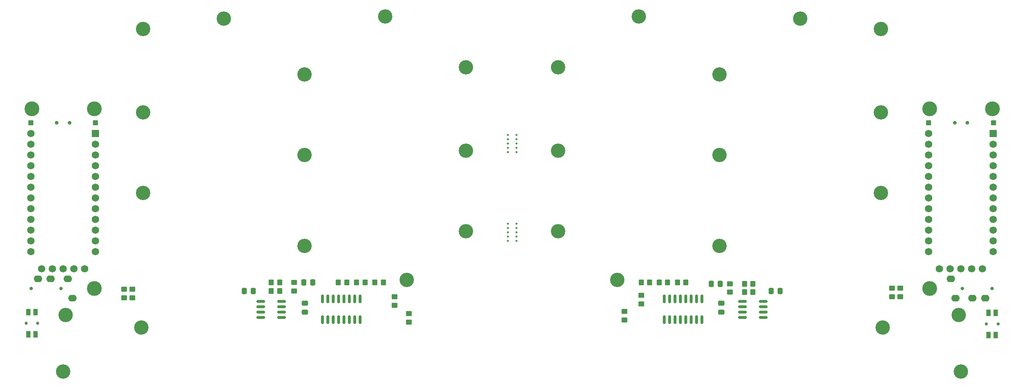
<source format=gts>
%TF.GenerationSoftware,KiCad,Pcbnew,7.0.7-2.fc38*%
%TF.CreationDate,2023-10-04T20:00:28+05:30*%
%TF.ProjectId,tako,74616b6f-2e6b-4696-9361-645f70636258,rev?*%
%TF.SameCoordinates,Original*%
%TF.FileFunction,Soldermask,Top*%
%TF.FilePolarity,Negative*%
%FSLAX46Y46*%
G04 Gerber Fmt 4.6, Leading zero omitted, Abs format (unit mm)*
G04 Created by KiCad (PCBNEW 7.0.7-2.fc38) date 2023-10-04 20:00:28*
%MOMM*%
%LPD*%
G01*
G04 APERTURE LIST*
G04 Aperture macros list*
%AMRoundRect*
0 Rectangle with rounded corners*
0 $1 Rounding radius*
0 $2 $3 $4 $5 $6 $7 $8 $9 X,Y pos of 4 corners*
0 Add a 4 corners polygon primitive as box body*
4,1,4,$2,$3,$4,$5,$6,$7,$8,$9,$2,$3,0*
0 Add four circle primitives for the rounded corners*
1,1,$1+$1,$2,$3*
1,1,$1+$1,$4,$5*
1,1,$1+$1,$6,$7*
1,1,$1+$1,$8,$9*
0 Add four rect primitives between the rounded corners*
20,1,$1+$1,$2,$3,$4,$5,0*
20,1,$1+$1,$4,$5,$6,$7,0*
20,1,$1+$1,$6,$7,$8,$9,0*
20,1,$1+$1,$8,$9,$2,$3,0*%
G04 Aperture macros list end*
%ADD10RoundRect,0.312500X-0.312500X-0.312500X0.312500X-0.312500X0.312500X0.312500X-0.312500X0.312500X0*%
%ADD11C,3.400000*%
%ADD12RoundRect,0.250000X0.350000X0.450000X-0.350000X0.450000X-0.350000X-0.450000X0.350000X-0.450000X0*%
%ADD13RoundRect,0.250000X0.337500X0.475000X-0.337500X0.475000X-0.337500X-0.475000X0.337500X-0.475000X0*%
%ADD14RoundRect,0.250000X-0.450000X0.350000X-0.450000X-0.350000X0.450000X-0.350000X0.450000X0.350000X0*%
%ADD15RoundRect,0.250000X-0.350000X-0.450000X0.350000X-0.450000X0.350000X0.450000X-0.350000X0.450000X0*%
%ADD16C,0.750000*%
%ADD17R,1.000000X1.550000*%
%ADD18RoundRect,0.150000X0.825000X0.150000X-0.825000X0.150000X-0.825000X-0.150000X0.825000X-0.150000X0*%
%ADD19C,0.500000*%
%ADD20RoundRect,0.150000X-0.825000X-0.150000X0.825000X-0.150000X0.825000X0.150000X-0.825000X0.150000X0*%
%ADD21C,3.500000*%
%ADD22RoundRect,0.250000X0.450000X-0.350000X0.450000X0.350000X-0.450000X0.350000X-0.450000X-0.350000X0*%
%ADD23RoundRect,0.250000X0.475000X-0.337500X0.475000X0.337500X-0.475000X0.337500X-0.475000X-0.337500X0*%
%ADD24RoundRect,0.250000X-0.337500X-0.475000X0.337500X-0.475000X0.337500X0.475000X-0.337500X0.475000X0*%
%ADD25C,0.800000*%
%ADD26O,2.000000X1.600000*%
%ADD27RoundRect,0.150000X0.150000X-0.825000X0.150000X0.825000X-0.150000X0.825000X-0.150000X-0.825000X0*%
%ADD28RoundRect,0.312500X0.312500X0.312500X-0.312500X0.312500X-0.312500X-0.312500X0.312500X-0.312500X0*%
%ADD29C,1.752600*%
%ADD30RoundRect,0.150000X-0.150000X0.825000X-0.150000X-0.825000X0.150000X-0.825000X0.150000X0.825000X0*%
%ADD31C,0.900000*%
%ADD32R,1.752600X1.752600*%
G04 APERTURE END LIST*
D10*
%TO.C,BAT_HOLE-101*%
X38155480Y-57819423D03*
%TD*%
D11*
%TO.C,H103*%
X140906339Y-83435489D03*
%TD*%
D12*
%TO.C,JP101*%
X96923373Y-95592136D03*
X94923373Y-95592136D03*
%TD*%
D13*
%TO.C,C3*%
X215026049Y-97598989D03*
X212951049Y-97598989D03*
%TD*%
D11*
%TO.C,H1*%
X162639543Y-44666058D03*
%TD*%
D14*
%TO.C,R12*%
X243439963Y-96966057D03*
X243439963Y-98966057D03*
%TD*%
D15*
%TO.C,R107*%
X110741405Y-95592136D03*
X112741405Y-95592136D03*
%TD*%
D11*
%TO.C,H102*%
X140906350Y-64385490D03*
%TD*%
D16*
%TO.C,RSW1*%
X266490971Y-105420627D03*
X263740971Y-105420627D03*
D17*
X265965971Y-102795627D03*
X265965971Y-108045627D03*
X264265971Y-102795627D03*
X264265971Y-108045627D03*
%TD*%
D18*
%TO.C,U103*%
X97398371Y-103842135D03*
X97398371Y-102572135D03*
X97398371Y-101302135D03*
X97398371Y-100032135D03*
X92448371Y-100032135D03*
X92448371Y-101302135D03*
X92448371Y-102572135D03*
X92448371Y-103842135D03*
%TD*%
D11*
%TO.C,H18*%
X45829990Y-116671093D03*
%TD*%
D15*
%TO.C,R109*%
X115057340Y-95592136D03*
X117057340Y-95592136D03*
%TD*%
D19*
%TO.C,mouse-bite-2mm-slot*%
X150753549Y-60678491D03*
X150753549Y-61694491D03*
X150753549Y-62710491D03*
X150753549Y-63726491D03*
X150753549Y-64742491D03*
X152785549Y-60678491D03*
X152785549Y-61694491D03*
X152785549Y-62710491D03*
X152785549Y-63726491D03*
X152785549Y-64742491D03*
%TD*%
D12*
%TO.C,R7*%
X192804486Y-95592133D03*
X190804486Y-95592133D03*
%TD*%
D20*
%TO.C,U3*%
X206147514Y-100032135D03*
X206147514Y-101302135D03*
X206147514Y-102572135D03*
X206147514Y-103842135D03*
X211097514Y-103842135D03*
X211097514Y-102572135D03*
X211097514Y-101302135D03*
X211097514Y-100032135D03*
%TD*%
D10*
%TO.C,BAT_HOLE+1*%
X250116908Y-57819421D03*
%TD*%
D11*
%TO.C,H9*%
X219789549Y-33166058D03*
%TD*%
%TO.C,H110*%
X64706339Y-35666056D03*
%TD*%
D21*
%TO.C,H115*%
X53181889Y-54480531D03*
%TD*%
D11*
%TO.C,H108*%
X102806338Y-86959989D03*
%TD*%
%TO.C,H10*%
X238839551Y-35666058D03*
%TD*%
D21*
%TO.C,H17*%
X250364002Y-97039421D03*
%TD*%
D22*
%TO.C,R105*%
X127410896Y-104957579D03*
X127410896Y-102957579D03*
%TD*%
D12*
%TO.C,R110*%
X96923372Y-97592136D03*
X94923372Y-97592136D03*
%TD*%
D23*
%TO.C,C102*%
X102839547Y-102579634D03*
X102839547Y-100504634D03*
%TD*%
D11*
%TO.C,H105*%
X126906338Y-94960499D03*
%TD*%
%TO.C,H13*%
X239297894Y-106243092D03*
%TD*%
%TO.C,H2*%
X162639541Y-64385492D03*
%TD*%
%TO.C,H112*%
X64706342Y-74434994D03*
%TD*%
%TO.C,H5*%
X176639550Y-94960499D03*
%TD*%
D24*
%TO.C,C1*%
X198822514Y-95898991D03*
X200897514Y-95898991D03*
%TD*%
D15*
%TO.C,R108*%
X119373278Y-95592134D03*
X121373278Y-95592134D03*
%TD*%
D11*
%TO.C,H113*%
X64247990Y-106243093D03*
%TD*%
D21*
%TO.C,H116*%
X38400564Y-54480077D03*
%TD*%
D11*
%TO.C,H104*%
X121856340Y-32666056D03*
%TD*%
%TO.C,H107*%
X102806347Y-65434996D03*
%TD*%
D22*
%TO.C,R9*%
X182238550Y-100648990D03*
X182238550Y-98648990D03*
%TD*%
D21*
%TO.C,H15*%
X250364001Y-54480531D03*
%TD*%
D12*
%TO.C,R6*%
X184238547Y-95542492D03*
X182238547Y-95542492D03*
%TD*%
D25*
%TO.C,J1*%
X265065975Y-97039423D03*
X258065975Y-97039423D03*
D26*
X255365975Y-94739423D03*
X263465975Y-99339423D03*
X260465975Y-99339423D03*
X256465975Y-99339423D03*
%TD*%
D23*
%TO.C,C2*%
X201122517Y-102579991D03*
X201122517Y-100504991D03*
%TD*%
D12*
%TO.C,R5*%
X188488548Y-95592136D03*
X186488548Y-95592136D03*
%TD*%
D11*
%TO.C,H14*%
X257188549Y-103298991D03*
%TD*%
%TO.C,H114*%
X46357339Y-103298990D03*
%TD*%
D21*
%TO.C,H117*%
X53181888Y-97039423D03*
%TD*%
D15*
%TO.C,R10*%
X206622514Y-97898990D03*
X208622514Y-97898990D03*
%TD*%
D11*
%TO.C,H12*%
X238839549Y-74434995D03*
%TD*%
D22*
%TO.C,R111*%
X100323371Y-97592137D03*
X100323371Y-95592137D03*
%TD*%
D11*
%TO.C,H6*%
X200739542Y-46384998D03*
%TD*%
D19*
%TO.C,mouse-bite-2mm-slot*%
X150753551Y-81678492D03*
X150753551Y-82694492D03*
X150753551Y-83710492D03*
X150753551Y-84726492D03*
X150753551Y-85742492D03*
X152785551Y-81678492D03*
X152785551Y-82694492D03*
X152785551Y-83710492D03*
X152785551Y-84726492D03*
X152785551Y-85742492D03*
%TD*%
D22*
%TO.C,R8*%
X178304486Y-104459424D03*
X178304486Y-102459424D03*
%TD*%
D11*
%TO.C,H101*%
X140906345Y-44666058D03*
%TD*%
D27*
%TO.C,U2*%
X187677517Y-104412137D03*
X188947517Y-104412137D03*
X190217517Y-104412137D03*
X191487517Y-104412137D03*
X192757517Y-104412137D03*
X194027517Y-104412137D03*
X195297517Y-104412137D03*
X196567517Y-104412137D03*
X196567517Y-99462137D03*
X195297517Y-99462137D03*
X194027517Y-99462137D03*
X192757517Y-99462137D03*
X191487517Y-99462137D03*
X190217517Y-99462137D03*
X188947517Y-99462137D03*
X187677517Y-99462137D03*
%TD*%
D15*
%TO.C,JP1*%
X206622517Y-95898992D03*
X208622517Y-95898992D03*
%TD*%
D28*
%TO.C,BAT_HOLE+101*%
X53428978Y-57819423D03*
%TD*%
D11*
%TO.C,H4*%
X181689545Y-32666057D03*
%TD*%
%TO.C,H11*%
X238839549Y-55384995D03*
%TD*%
D29*
%TO.C,DISP1*%
X252674330Y-92332635D03*
X255214330Y-92332635D03*
X257754330Y-92332635D03*
X260294330Y-92332635D03*
X262834330Y-92332635D03*
%TD*%
%TO.C,DISP101*%
X40711557Y-92332635D03*
X43251557Y-92332635D03*
X45791557Y-92332635D03*
X48331557Y-92332635D03*
X50871557Y-92332635D03*
%TD*%
D13*
%TO.C,C101*%
X104723370Y-95592135D03*
X102648370Y-95592135D03*
%TD*%
D11*
%TO.C,H109*%
X83756337Y-33166058D03*
%TD*%
D21*
%TO.C,H16*%
X265145326Y-54480079D03*
%TD*%
D11*
%TO.C,H7*%
X200739541Y-65434995D03*
%TD*%
D28*
%TO.C,BAT_HOLE-1*%
X265390409Y-57819423D03*
%TD*%
D24*
%TO.C,C103*%
X88552047Y-97592135D03*
X90627047Y-97592135D03*
%TD*%
D25*
%TO.C,J101*%
X38262468Y-97030596D03*
X45262468Y-97030596D03*
D26*
X47962468Y-99330596D03*
X39862468Y-94730596D03*
X42862468Y-94730596D03*
X46862468Y-94730596D03*
%TD*%
D16*
%TO.C,RSW101*%
X37062468Y-105230596D03*
X39812468Y-105230596D03*
D17*
X37587468Y-107855596D03*
X37587468Y-102605596D03*
X39287468Y-107855596D03*
X39287468Y-102605596D03*
%TD*%
D11*
%TO.C,H111*%
X64706336Y-55384996D03*
%TD*%
D30*
%TO.C,U102*%
X115868373Y-99462136D03*
X114598373Y-99462136D03*
X113328373Y-99462136D03*
X112058373Y-99462136D03*
X110788373Y-99462136D03*
X109518373Y-99462136D03*
X108248373Y-99462136D03*
X106978373Y-99462136D03*
X106978373Y-104412136D03*
X108248373Y-104412136D03*
X109518373Y-104412136D03*
X110788373Y-104412136D03*
X112058373Y-104412136D03*
X113328373Y-104412136D03*
X114598373Y-104412136D03*
X115868373Y-104412136D03*
%TD*%
D22*
%TO.C,R11*%
X203222517Y-97898990D03*
X203222517Y-95898990D03*
%TD*%
%TO.C,R106*%
X124060895Y-100957580D03*
X124060895Y-98957580D03*
%TD*%
D11*
%TO.C,H3*%
X162639550Y-83435488D03*
%TD*%
D14*
%TO.C,R4*%
X241489549Y-96959989D03*
X241489549Y-98959989D03*
%TD*%
D11*
%TO.C,H19*%
X257715972Y-116670626D03*
%TD*%
D14*
%TO.C,R104*%
X62158122Y-97216057D03*
X62158122Y-99216057D03*
%TD*%
%TO.C,R112*%
X60189965Y-97216057D03*
X60189965Y-99216057D03*
%TD*%
D11*
%TO.C,H8*%
X200739548Y-86959992D03*
%TD*%
%TO.C,H106*%
X102806346Y-46384994D03*
%TD*%
D31*
%TO.C,PSW1*%
X256254580Y-57812138D03*
X259254580Y-57812138D03*
%TD*%
%TO.C,PSW101*%
X44291307Y-57812135D03*
X47291307Y-57812135D03*
%TD*%
D32*
%TO.C,U1*%
X265374575Y-60373659D03*
D29*
X265374575Y-62913659D03*
X265374575Y-65453659D03*
X265374575Y-67993659D03*
X265374575Y-70533659D03*
X265374575Y-73073659D03*
X265374575Y-75613659D03*
X265374575Y-78153659D03*
X265374575Y-80693659D03*
X265374575Y-83233659D03*
X265374575Y-85773659D03*
X265374575Y-88313659D03*
X250134575Y-88313659D03*
X250134575Y-85773659D03*
X250134575Y-83233659D03*
X250134575Y-80693659D03*
X250134575Y-78153659D03*
X250134575Y-75613659D03*
X250134575Y-73073659D03*
X250134575Y-70533659D03*
X250134575Y-67993659D03*
X250134575Y-65453659D03*
X250134575Y-62913659D03*
X250134575Y-60373659D03*
%TD*%
D32*
%TO.C,U101*%
X53411311Y-60373658D03*
D29*
X53411311Y-62913658D03*
X53411311Y-65453658D03*
X53411311Y-67993658D03*
X53411311Y-70533658D03*
X53411311Y-73073658D03*
X53411311Y-75613658D03*
X53411311Y-78153658D03*
X53411311Y-80693658D03*
X53411311Y-83233658D03*
X53411311Y-85773658D03*
X53411311Y-88313658D03*
X38171311Y-88313658D03*
X38171311Y-85773658D03*
X38171311Y-83233658D03*
X38171311Y-80693658D03*
X38171311Y-78153658D03*
X38171311Y-75613658D03*
X38171311Y-73073658D03*
X38171311Y-70533658D03*
X38171311Y-67993658D03*
X38171311Y-65453658D03*
X38171311Y-62913658D03*
X38171311Y-60373658D03*
%TD*%
M02*

</source>
